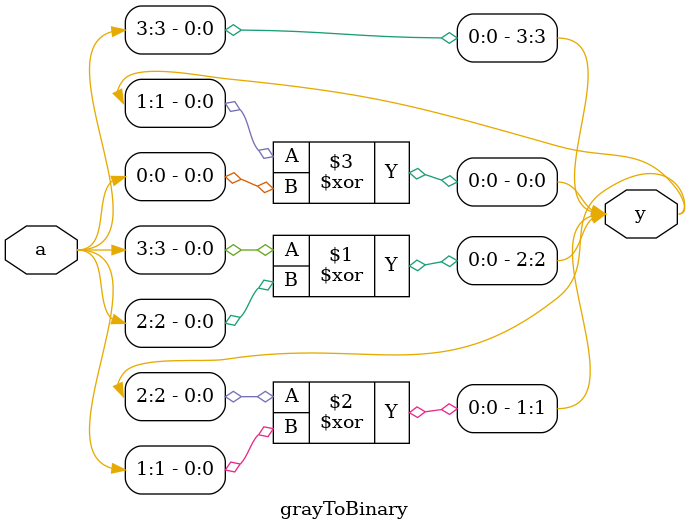
<source format=v>
`timescale 1ns / 1ps
module grayToBinary( input [3:0]a,
                       output [3:0]y
    );
assign y[3] = a[3];
assign y[2] = y[3]^a[2];
assign y[1] = y[2]^a[1];
assign y[0] = y[1]^a[0];
endmodule

// for FPGA implementation

/* module top(sw,led);
input [3:0]sw;
output [3:0]led;
grayToBinary top(.a(sw[3:0], .y(led[3:0]));
endmodule
*/
</source>
